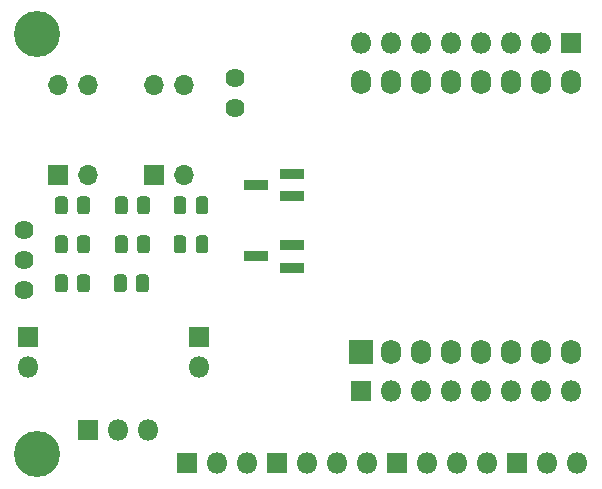
<source format=gbr>
%TF.GenerationSoftware,KiCad,Pcbnew,5.1.5+dfsg1-2build2*%
%TF.CreationDate,2021-07-06T16:50:00+02:00*%
%TF.ProjectId,airpcb_smd,61697270-6362-45f7-936d-642e6b696361,rev?*%
%TF.SameCoordinates,Original*%
%TF.FileFunction,Soldermask,Bot*%
%TF.FilePolarity,Negative*%
%FSLAX46Y46*%
G04 Gerber Fmt 4.6, Leading zero omitted, Abs format (unit mm)*
G04 Created by KiCad (PCBNEW 5.1.5+dfsg1-2build2) date 2021-07-06 16:50:00*
%MOMM*%
%LPD*%
G04 APERTURE LIST*
%ADD10O,1.800000X1.800000*%
%ADD11R,1.800000X1.800000*%
%ADD12C,1.624000*%
%ADD13C,3.900000*%
%ADD14R,2.000000X0.900000*%
%ADD15O,1.700000X2.100000*%
%ADD16R,2.100000X2.100000*%
%ADD17C,0.100000*%
%ADD18R,1.700000X1.700000*%
%ADD19O,1.700000X1.700000*%
G04 APERTURE END LIST*
D10*
%TO.C,J9*%
X62738000Y-45212000D03*
X60198000Y-45212000D03*
D11*
X57658000Y-45212000D03*
%TD*%
D12*
%TO.C,J11*%
X70096400Y-17889200D03*
X70096400Y-15349200D03*
X52230000Y-28262600D03*
X52230000Y-30802600D03*
X52230000Y-33342600D03*
%TD*%
D13*
%TO.C,M1*%
X53340000Y-11684000D03*
%TD*%
D10*
%TO.C,J6*%
X80772000Y-12446000D03*
X83312000Y-12446000D03*
X85852000Y-12446000D03*
X88392000Y-12446000D03*
X90932000Y-12446000D03*
X93472000Y-12446000D03*
X96012000Y-12446000D03*
D11*
X98552000Y-12446000D03*
%TD*%
D10*
%TO.C,J5*%
X98552000Y-41910000D03*
X96012000Y-41910000D03*
X93472000Y-41910000D03*
X90932000Y-41910000D03*
X88392000Y-41910000D03*
X85852000Y-41910000D03*
X83312000Y-41910000D03*
D11*
X80772000Y-41910000D03*
%TD*%
D14*
%TO.C,Q2*%
X71882000Y-30480000D03*
X74882000Y-31430000D03*
X74882000Y-29530000D03*
%TD*%
%TO.C,Q1*%
X71882000Y-24450000D03*
X74882000Y-25400000D03*
X74882000Y-23500000D03*
%TD*%
D13*
%TO.C,M2*%
X53340000Y-47244000D03*
%TD*%
D15*
%TO.C,U3*%
X80772000Y-15748000D03*
X83312000Y-15748000D03*
X85852000Y-15748000D03*
X88392000Y-15748000D03*
X90932000Y-15748000D03*
X93472000Y-15748000D03*
X96012000Y-15748000D03*
X98552000Y-15748000D03*
X98552000Y-38608000D03*
X96012000Y-38608000D03*
X93472000Y-38608000D03*
X90932000Y-38608000D03*
X88392000Y-38608000D03*
X85852000Y-38608000D03*
D16*
X80772000Y-38608000D03*
D15*
X83312000Y-38608000D03*
%TD*%
D11*
%TO.C,J1*%
X83820000Y-48006000D03*
D10*
X86360000Y-48006000D03*
X88900000Y-48006000D03*
X91440000Y-48006000D03*
%TD*%
%TO.C,J2*%
X81280000Y-48006000D03*
X78740000Y-48006000D03*
X76200000Y-48006000D03*
D11*
X73660000Y-48006000D03*
%TD*%
%TO.C,J3*%
X67056000Y-37338000D03*
D10*
X67056000Y-39878000D03*
%TD*%
%TO.C,J4*%
X52578000Y-39878000D03*
D11*
X52578000Y-37338000D03*
%TD*%
%TO.C,J7*%
X93980000Y-48006000D03*
D10*
X96520000Y-48006000D03*
X99060000Y-48006000D03*
%TD*%
%TO.C,J8*%
X71120000Y-48006000D03*
X68580000Y-48006000D03*
D11*
X66040000Y-48006000D03*
%TD*%
D17*
%TO.C,R1*%
G36*
X57542092Y-32017294D02*
G01*
X57568181Y-32021164D01*
X57593764Y-32027572D01*
X57618596Y-32036457D01*
X57642438Y-32047734D01*
X57665060Y-32061293D01*
X57686243Y-32077003D01*
X57705785Y-32094715D01*
X57723497Y-32114257D01*
X57739207Y-32135440D01*
X57752766Y-32158062D01*
X57764043Y-32181904D01*
X57772928Y-32206736D01*
X57779336Y-32232319D01*
X57783206Y-32258408D01*
X57784500Y-32284750D01*
X57784500Y-33247250D01*
X57783206Y-33273592D01*
X57779336Y-33299681D01*
X57772928Y-33325264D01*
X57764043Y-33350096D01*
X57752766Y-33373938D01*
X57739207Y-33396560D01*
X57723497Y-33417743D01*
X57705785Y-33437285D01*
X57686243Y-33454997D01*
X57665060Y-33470707D01*
X57642438Y-33484266D01*
X57618596Y-33495543D01*
X57593764Y-33504428D01*
X57568181Y-33510836D01*
X57542092Y-33514706D01*
X57515750Y-33516000D01*
X56978250Y-33516000D01*
X56951908Y-33514706D01*
X56925819Y-33510836D01*
X56900236Y-33504428D01*
X56875404Y-33495543D01*
X56851562Y-33484266D01*
X56828940Y-33470707D01*
X56807757Y-33454997D01*
X56788215Y-33437285D01*
X56770503Y-33417743D01*
X56754793Y-33396560D01*
X56741234Y-33373938D01*
X56729957Y-33350096D01*
X56721072Y-33325264D01*
X56714664Y-33299681D01*
X56710794Y-33273592D01*
X56709500Y-33247250D01*
X56709500Y-32284750D01*
X56710794Y-32258408D01*
X56714664Y-32232319D01*
X56721072Y-32206736D01*
X56729957Y-32181904D01*
X56741234Y-32158062D01*
X56754793Y-32135440D01*
X56770503Y-32114257D01*
X56788215Y-32094715D01*
X56807757Y-32077003D01*
X56828940Y-32061293D01*
X56851562Y-32047734D01*
X56875404Y-32036457D01*
X56900236Y-32027572D01*
X56925819Y-32021164D01*
X56951908Y-32017294D01*
X56978250Y-32016000D01*
X57515750Y-32016000D01*
X57542092Y-32017294D01*
G37*
G36*
X55667092Y-32017294D02*
G01*
X55693181Y-32021164D01*
X55718764Y-32027572D01*
X55743596Y-32036457D01*
X55767438Y-32047734D01*
X55790060Y-32061293D01*
X55811243Y-32077003D01*
X55830785Y-32094715D01*
X55848497Y-32114257D01*
X55864207Y-32135440D01*
X55877766Y-32158062D01*
X55889043Y-32181904D01*
X55897928Y-32206736D01*
X55904336Y-32232319D01*
X55908206Y-32258408D01*
X55909500Y-32284750D01*
X55909500Y-33247250D01*
X55908206Y-33273592D01*
X55904336Y-33299681D01*
X55897928Y-33325264D01*
X55889043Y-33350096D01*
X55877766Y-33373938D01*
X55864207Y-33396560D01*
X55848497Y-33417743D01*
X55830785Y-33437285D01*
X55811243Y-33454997D01*
X55790060Y-33470707D01*
X55767438Y-33484266D01*
X55743596Y-33495543D01*
X55718764Y-33504428D01*
X55693181Y-33510836D01*
X55667092Y-33514706D01*
X55640750Y-33516000D01*
X55103250Y-33516000D01*
X55076908Y-33514706D01*
X55050819Y-33510836D01*
X55025236Y-33504428D01*
X55000404Y-33495543D01*
X54976562Y-33484266D01*
X54953940Y-33470707D01*
X54932757Y-33454997D01*
X54913215Y-33437285D01*
X54895503Y-33417743D01*
X54879793Y-33396560D01*
X54866234Y-33373938D01*
X54854957Y-33350096D01*
X54846072Y-33325264D01*
X54839664Y-33299681D01*
X54835794Y-33273592D01*
X54834500Y-33247250D01*
X54834500Y-32284750D01*
X54835794Y-32258408D01*
X54839664Y-32232319D01*
X54846072Y-32206736D01*
X54854957Y-32181904D01*
X54866234Y-32158062D01*
X54879793Y-32135440D01*
X54895503Y-32114257D01*
X54913215Y-32094715D01*
X54932757Y-32077003D01*
X54953940Y-32061293D01*
X54976562Y-32047734D01*
X55000404Y-32036457D01*
X55025236Y-32027572D01*
X55050819Y-32021164D01*
X55076908Y-32017294D01*
X55103250Y-32016000D01*
X55640750Y-32016000D01*
X55667092Y-32017294D01*
G37*
%TD*%
%TO.C,R2*%
G36*
X55667092Y-28715294D02*
G01*
X55693181Y-28719164D01*
X55718764Y-28725572D01*
X55743596Y-28734457D01*
X55767438Y-28745734D01*
X55790060Y-28759293D01*
X55811243Y-28775003D01*
X55830785Y-28792715D01*
X55848497Y-28812257D01*
X55864207Y-28833440D01*
X55877766Y-28856062D01*
X55889043Y-28879904D01*
X55897928Y-28904736D01*
X55904336Y-28930319D01*
X55908206Y-28956408D01*
X55909500Y-28982750D01*
X55909500Y-29945250D01*
X55908206Y-29971592D01*
X55904336Y-29997681D01*
X55897928Y-30023264D01*
X55889043Y-30048096D01*
X55877766Y-30071938D01*
X55864207Y-30094560D01*
X55848497Y-30115743D01*
X55830785Y-30135285D01*
X55811243Y-30152997D01*
X55790060Y-30168707D01*
X55767438Y-30182266D01*
X55743596Y-30193543D01*
X55718764Y-30202428D01*
X55693181Y-30208836D01*
X55667092Y-30212706D01*
X55640750Y-30214000D01*
X55103250Y-30214000D01*
X55076908Y-30212706D01*
X55050819Y-30208836D01*
X55025236Y-30202428D01*
X55000404Y-30193543D01*
X54976562Y-30182266D01*
X54953940Y-30168707D01*
X54932757Y-30152997D01*
X54913215Y-30135285D01*
X54895503Y-30115743D01*
X54879793Y-30094560D01*
X54866234Y-30071938D01*
X54854957Y-30048096D01*
X54846072Y-30023264D01*
X54839664Y-29997681D01*
X54835794Y-29971592D01*
X54834500Y-29945250D01*
X54834500Y-28982750D01*
X54835794Y-28956408D01*
X54839664Y-28930319D01*
X54846072Y-28904736D01*
X54854957Y-28879904D01*
X54866234Y-28856062D01*
X54879793Y-28833440D01*
X54895503Y-28812257D01*
X54913215Y-28792715D01*
X54932757Y-28775003D01*
X54953940Y-28759293D01*
X54976562Y-28745734D01*
X55000404Y-28734457D01*
X55025236Y-28725572D01*
X55050819Y-28719164D01*
X55076908Y-28715294D01*
X55103250Y-28714000D01*
X55640750Y-28714000D01*
X55667092Y-28715294D01*
G37*
G36*
X57542092Y-28715294D02*
G01*
X57568181Y-28719164D01*
X57593764Y-28725572D01*
X57618596Y-28734457D01*
X57642438Y-28745734D01*
X57665060Y-28759293D01*
X57686243Y-28775003D01*
X57705785Y-28792715D01*
X57723497Y-28812257D01*
X57739207Y-28833440D01*
X57752766Y-28856062D01*
X57764043Y-28879904D01*
X57772928Y-28904736D01*
X57779336Y-28930319D01*
X57783206Y-28956408D01*
X57784500Y-28982750D01*
X57784500Y-29945250D01*
X57783206Y-29971592D01*
X57779336Y-29997681D01*
X57772928Y-30023264D01*
X57764043Y-30048096D01*
X57752766Y-30071938D01*
X57739207Y-30094560D01*
X57723497Y-30115743D01*
X57705785Y-30135285D01*
X57686243Y-30152997D01*
X57665060Y-30168707D01*
X57642438Y-30182266D01*
X57618596Y-30193543D01*
X57593764Y-30202428D01*
X57568181Y-30208836D01*
X57542092Y-30212706D01*
X57515750Y-30214000D01*
X56978250Y-30214000D01*
X56951908Y-30212706D01*
X56925819Y-30208836D01*
X56900236Y-30202428D01*
X56875404Y-30193543D01*
X56851562Y-30182266D01*
X56828940Y-30168707D01*
X56807757Y-30152997D01*
X56788215Y-30135285D01*
X56770503Y-30115743D01*
X56754793Y-30094560D01*
X56741234Y-30071938D01*
X56729957Y-30048096D01*
X56721072Y-30023264D01*
X56714664Y-29997681D01*
X56710794Y-29971592D01*
X56709500Y-29945250D01*
X56709500Y-28982750D01*
X56710794Y-28956408D01*
X56714664Y-28930319D01*
X56721072Y-28904736D01*
X56729957Y-28879904D01*
X56741234Y-28856062D01*
X56754793Y-28833440D01*
X56770503Y-28812257D01*
X56788215Y-28792715D01*
X56807757Y-28775003D01*
X56828940Y-28759293D01*
X56851562Y-28745734D01*
X56875404Y-28734457D01*
X56900236Y-28725572D01*
X56925819Y-28719164D01*
X56951908Y-28715294D01*
X56978250Y-28714000D01*
X57515750Y-28714000D01*
X57542092Y-28715294D01*
G37*
%TD*%
%TO.C,R3*%
G36*
X55667092Y-25413294D02*
G01*
X55693181Y-25417164D01*
X55718764Y-25423572D01*
X55743596Y-25432457D01*
X55767438Y-25443734D01*
X55790060Y-25457293D01*
X55811243Y-25473003D01*
X55830785Y-25490715D01*
X55848497Y-25510257D01*
X55864207Y-25531440D01*
X55877766Y-25554062D01*
X55889043Y-25577904D01*
X55897928Y-25602736D01*
X55904336Y-25628319D01*
X55908206Y-25654408D01*
X55909500Y-25680750D01*
X55909500Y-26643250D01*
X55908206Y-26669592D01*
X55904336Y-26695681D01*
X55897928Y-26721264D01*
X55889043Y-26746096D01*
X55877766Y-26769938D01*
X55864207Y-26792560D01*
X55848497Y-26813743D01*
X55830785Y-26833285D01*
X55811243Y-26850997D01*
X55790060Y-26866707D01*
X55767438Y-26880266D01*
X55743596Y-26891543D01*
X55718764Y-26900428D01*
X55693181Y-26906836D01*
X55667092Y-26910706D01*
X55640750Y-26912000D01*
X55103250Y-26912000D01*
X55076908Y-26910706D01*
X55050819Y-26906836D01*
X55025236Y-26900428D01*
X55000404Y-26891543D01*
X54976562Y-26880266D01*
X54953940Y-26866707D01*
X54932757Y-26850997D01*
X54913215Y-26833285D01*
X54895503Y-26813743D01*
X54879793Y-26792560D01*
X54866234Y-26769938D01*
X54854957Y-26746096D01*
X54846072Y-26721264D01*
X54839664Y-26695681D01*
X54835794Y-26669592D01*
X54834500Y-26643250D01*
X54834500Y-25680750D01*
X54835794Y-25654408D01*
X54839664Y-25628319D01*
X54846072Y-25602736D01*
X54854957Y-25577904D01*
X54866234Y-25554062D01*
X54879793Y-25531440D01*
X54895503Y-25510257D01*
X54913215Y-25490715D01*
X54932757Y-25473003D01*
X54953940Y-25457293D01*
X54976562Y-25443734D01*
X55000404Y-25432457D01*
X55025236Y-25423572D01*
X55050819Y-25417164D01*
X55076908Y-25413294D01*
X55103250Y-25412000D01*
X55640750Y-25412000D01*
X55667092Y-25413294D01*
G37*
G36*
X57542092Y-25413294D02*
G01*
X57568181Y-25417164D01*
X57593764Y-25423572D01*
X57618596Y-25432457D01*
X57642438Y-25443734D01*
X57665060Y-25457293D01*
X57686243Y-25473003D01*
X57705785Y-25490715D01*
X57723497Y-25510257D01*
X57739207Y-25531440D01*
X57752766Y-25554062D01*
X57764043Y-25577904D01*
X57772928Y-25602736D01*
X57779336Y-25628319D01*
X57783206Y-25654408D01*
X57784500Y-25680750D01*
X57784500Y-26643250D01*
X57783206Y-26669592D01*
X57779336Y-26695681D01*
X57772928Y-26721264D01*
X57764043Y-26746096D01*
X57752766Y-26769938D01*
X57739207Y-26792560D01*
X57723497Y-26813743D01*
X57705785Y-26833285D01*
X57686243Y-26850997D01*
X57665060Y-26866707D01*
X57642438Y-26880266D01*
X57618596Y-26891543D01*
X57593764Y-26900428D01*
X57568181Y-26906836D01*
X57542092Y-26910706D01*
X57515750Y-26912000D01*
X56978250Y-26912000D01*
X56951908Y-26910706D01*
X56925819Y-26906836D01*
X56900236Y-26900428D01*
X56875404Y-26891543D01*
X56851562Y-26880266D01*
X56828940Y-26866707D01*
X56807757Y-26850997D01*
X56788215Y-26833285D01*
X56770503Y-26813743D01*
X56754793Y-26792560D01*
X56741234Y-26769938D01*
X56729957Y-26746096D01*
X56721072Y-26721264D01*
X56714664Y-26695681D01*
X56710794Y-26669592D01*
X56709500Y-26643250D01*
X56709500Y-25680750D01*
X56710794Y-25654408D01*
X56714664Y-25628319D01*
X56721072Y-25602736D01*
X56729957Y-25577904D01*
X56741234Y-25554062D01*
X56754793Y-25531440D01*
X56770503Y-25510257D01*
X56788215Y-25490715D01*
X56807757Y-25473003D01*
X56828940Y-25457293D01*
X56851562Y-25443734D01*
X56875404Y-25432457D01*
X56900236Y-25423572D01*
X56925819Y-25417164D01*
X56951908Y-25413294D01*
X56978250Y-25412000D01*
X57515750Y-25412000D01*
X57542092Y-25413294D01*
G37*
%TD*%
%TO.C,R4*%
G36*
X62525092Y-32017294D02*
G01*
X62551181Y-32021164D01*
X62576764Y-32027572D01*
X62601596Y-32036457D01*
X62625438Y-32047734D01*
X62648060Y-32061293D01*
X62669243Y-32077003D01*
X62688785Y-32094715D01*
X62706497Y-32114257D01*
X62722207Y-32135440D01*
X62735766Y-32158062D01*
X62747043Y-32181904D01*
X62755928Y-32206736D01*
X62762336Y-32232319D01*
X62766206Y-32258408D01*
X62767500Y-32284750D01*
X62767500Y-33247250D01*
X62766206Y-33273592D01*
X62762336Y-33299681D01*
X62755928Y-33325264D01*
X62747043Y-33350096D01*
X62735766Y-33373938D01*
X62722207Y-33396560D01*
X62706497Y-33417743D01*
X62688785Y-33437285D01*
X62669243Y-33454997D01*
X62648060Y-33470707D01*
X62625438Y-33484266D01*
X62601596Y-33495543D01*
X62576764Y-33504428D01*
X62551181Y-33510836D01*
X62525092Y-33514706D01*
X62498750Y-33516000D01*
X61961250Y-33516000D01*
X61934908Y-33514706D01*
X61908819Y-33510836D01*
X61883236Y-33504428D01*
X61858404Y-33495543D01*
X61834562Y-33484266D01*
X61811940Y-33470707D01*
X61790757Y-33454997D01*
X61771215Y-33437285D01*
X61753503Y-33417743D01*
X61737793Y-33396560D01*
X61724234Y-33373938D01*
X61712957Y-33350096D01*
X61704072Y-33325264D01*
X61697664Y-33299681D01*
X61693794Y-33273592D01*
X61692500Y-33247250D01*
X61692500Y-32284750D01*
X61693794Y-32258408D01*
X61697664Y-32232319D01*
X61704072Y-32206736D01*
X61712957Y-32181904D01*
X61724234Y-32158062D01*
X61737793Y-32135440D01*
X61753503Y-32114257D01*
X61771215Y-32094715D01*
X61790757Y-32077003D01*
X61811940Y-32061293D01*
X61834562Y-32047734D01*
X61858404Y-32036457D01*
X61883236Y-32027572D01*
X61908819Y-32021164D01*
X61934908Y-32017294D01*
X61961250Y-32016000D01*
X62498750Y-32016000D01*
X62525092Y-32017294D01*
G37*
G36*
X60650092Y-32017294D02*
G01*
X60676181Y-32021164D01*
X60701764Y-32027572D01*
X60726596Y-32036457D01*
X60750438Y-32047734D01*
X60773060Y-32061293D01*
X60794243Y-32077003D01*
X60813785Y-32094715D01*
X60831497Y-32114257D01*
X60847207Y-32135440D01*
X60860766Y-32158062D01*
X60872043Y-32181904D01*
X60880928Y-32206736D01*
X60887336Y-32232319D01*
X60891206Y-32258408D01*
X60892500Y-32284750D01*
X60892500Y-33247250D01*
X60891206Y-33273592D01*
X60887336Y-33299681D01*
X60880928Y-33325264D01*
X60872043Y-33350096D01*
X60860766Y-33373938D01*
X60847207Y-33396560D01*
X60831497Y-33417743D01*
X60813785Y-33437285D01*
X60794243Y-33454997D01*
X60773060Y-33470707D01*
X60750438Y-33484266D01*
X60726596Y-33495543D01*
X60701764Y-33504428D01*
X60676181Y-33510836D01*
X60650092Y-33514706D01*
X60623750Y-33516000D01*
X60086250Y-33516000D01*
X60059908Y-33514706D01*
X60033819Y-33510836D01*
X60008236Y-33504428D01*
X59983404Y-33495543D01*
X59959562Y-33484266D01*
X59936940Y-33470707D01*
X59915757Y-33454997D01*
X59896215Y-33437285D01*
X59878503Y-33417743D01*
X59862793Y-33396560D01*
X59849234Y-33373938D01*
X59837957Y-33350096D01*
X59829072Y-33325264D01*
X59822664Y-33299681D01*
X59818794Y-33273592D01*
X59817500Y-33247250D01*
X59817500Y-32284750D01*
X59818794Y-32258408D01*
X59822664Y-32232319D01*
X59829072Y-32206736D01*
X59837957Y-32181904D01*
X59849234Y-32158062D01*
X59862793Y-32135440D01*
X59878503Y-32114257D01*
X59896215Y-32094715D01*
X59915757Y-32077003D01*
X59936940Y-32061293D01*
X59959562Y-32047734D01*
X59983404Y-32036457D01*
X60008236Y-32027572D01*
X60033819Y-32021164D01*
X60059908Y-32017294D01*
X60086250Y-32016000D01*
X60623750Y-32016000D01*
X60650092Y-32017294D01*
G37*
%TD*%
%TO.C,R5*%
G36*
X62622092Y-28715294D02*
G01*
X62648181Y-28719164D01*
X62673764Y-28725572D01*
X62698596Y-28734457D01*
X62722438Y-28745734D01*
X62745060Y-28759293D01*
X62766243Y-28775003D01*
X62785785Y-28792715D01*
X62803497Y-28812257D01*
X62819207Y-28833440D01*
X62832766Y-28856062D01*
X62844043Y-28879904D01*
X62852928Y-28904736D01*
X62859336Y-28930319D01*
X62863206Y-28956408D01*
X62864500Y-28982750D01*
X62864500Y-29945250D01*
X62863206Y-29971592D01*
X62859336Y-29997681D01*
X62852928Y-30023264D01*
X62844043Y-30048096D01*
X62832766Y-30071938D01*
X62819207Y-30094560D01*
X62803497Y-30115743D01*
X62785785Y-30135285D01*
X62766243Y-30152997D01*
X62745060Y-30168707D01*
X62722438Y-30182266D01*
X62698596Y-30193543D01*
X62673764Y-30202428D01*
X62648181Y-30208836D01*
X62622092Y-30212706D01*
X62595750Y-30214000D01*
X62058250Y-30214000D01*
X62031908Y-30212706D01*
X62005819Y-30208836D01*
X61980236Y-30202428D01*
X61955404Y-30193543D01*
X61931562Y-30182266D01*
X61908940Y-30168707D01*
X61887757Y-30152997D01*
X61868215Y-30135285D01*
X61850503Y-30115743D01*
X61834793Y-30094560D01*
X61821234Y-30071938D01*
X61809957Y-30048096D01*
X61801072Y-30023264D01*
X61794664Y-29997681D01*
X61790794Y-29971592D01*
X61789500Y-29945250D01*
X61789500Y-28982750D01*
X61790794Y-28956408D01*
X61794664Y-28930319D01*
X61801072Y-28904736D01*
X61809957Y-28879904D01*
X61821234Y-28856062D01*
X61834793Y-28833440D01*
X61850503Y-28812257D01*
X61868215Y-28792715D01*
X61887757Y-28775003D01*
X61908940Y-28759293D01*
X61931562Y-28745734D01*
X61955404Y-28734457D01*
X61980236Y-28725572D01*
X62005819Y-28719164D01*
X62031908Y-28715294D01*
X62058250Y-28714000D01*
X62595750Y-28714000D01*
X62622092Y-28715294D01*
G37*
G36*
X60747092Y-28715294D02*
G01*
X60773181Y-28719164D01*
X60798764Y-28725572D01*
X60823596Y-28734457D01*
X60847438Y-28745734D01*
X60870060Y-28759293D01*
X60891243Y-28775003D01*
X60910785Y-28792715D01*
X60928497Y-28812257D01*
X60944207Y-28833440D01*
X60957766Y-28856062D01*
X60969043Y-28879904D01*
X60977928Y-28904736D01*
X60984336Y-28930319D01*
X60988206Y-28956408D01*
X60989500Y-28982750D01*
X60989500Y-29945250D01*
X60988206Y-29971592D01*
X60984336Y-29997681D01*
X60977928Y-30023264D01*
X60969043Y-30048096D01*
X60957766Y-30071938D01*
X60944207Y-30094560D01*
X60928497Y-30115743D01*
X60910785Y-30135285D01*
X60891243Y-30152997D01*
X60870060Y-30168707D01*
X60847438Y-30182266D01*
X60823596Y-30193543D01*
X60798764Y-30202428D01*
X60773181Y-30208836D01*
X60747092Y-30212706D01*
X60720750Y-30214000D01*
X60183250Y-30214000D01*
X60156908Y-30212706D01*
X60130819Y-30208836D01*
X60105236Y-30202428D01*
X60080404Y-30193543D01*
X60056562Y-30182266D01*
X60033940Y-30168707D01*
X60012757Y-30152997D01*
X59993215Y-30135285D01*
X59975503Y-30115743D01*
X59959793Y-30094560D01*
X59946234Y-30071938D01*
X59934957Y-30048096D01*
X59926072Y-30023264D01*
X59919664Y-29997681D01*
X59915794Y-29971592D01*
X59914500Y-29945250D01*
X59914500Y-28982750D01*
X59915794Y-28956408D01*
X59919664Y-28930319D01*
X59926072Y-28904736D01*
X59934957Y-28879904D01*
X59946234Y-28856062D01*
X59959793Y-28833440D01*
X59975503Y-28812257D01*
X59993215Y-28792715D01*
X60012757Y-28775003D01*
X60033940Y-28759293D01*
X60056562Y-28745734D01*
X60080404Y-28734457D01*
X60105236Y-28725572D01*
X60130819Y-28719164D01*
X60156908Y-28715294D01*
X60183250Y-28714000D01*
X60720750Y-28714000D01*
X60747092Y-28715294D01*
G37*
%TD*%
%TO.C,R6*%
G36*
X60747092Y-25413294D02*
G01*
X60773181Y-25417164D01*
X60798764Y-25423572D01*
X60823596Y-25432457D01*
X60847438Y-25443734D01*
X60870060Y-25457293D01*
X60891243Y-25473003D01*
X60910785Y-25490715D01*
X60928497Y-25510257D01*
X60944207Y-25531440D01*
X60957766Y-25554062D01*
X60969043Y-25577904D01*
X60977928Y-25602736D01*
X60984336Y-25628319D01*
X60988206Y-25654408D01*
X60989500Y-25680750D01*
X60989500Y-26643250D01*
X60988206Y-26669592D01*
X60984336Y-26695681D01*
X60977928Y-26721264D01*
X60969043Y-26746096D01*
X60957766Y-26769938D01*
X60944207Y-26792560D01*
X60928497Y-26813743D01*
X60910785Y-26833285D01*
X60891243Y-26850997D01*
X60870060Y-26866707D01*
X60847438Y-26880266D01*
X60823596Y-26891543D01*
X60798764Y-26900428D01*
X60773181Y-26906836D01*
X60747092Y-26910706D01*
X60720750Y-26912000D01*
X60183250Y-26912000D01*
X60156908Y-26910706D01*
X60130819Y-26906836D01*
X60105236Y-26900428D01*
X60080404Y-26891543D01*
X60056562Y-26880266D01*
X60033940Y-26866707D01*
X60012757Y-26850997D01*
X59993215Y-26833285D01*
X59975503Y-26813743D01*
X59959793Y-26792560D01*
X59946234Y-26769938D01*
X59934957Y-26746096D01*
X59926072Y-26721264D01*
X59919664Y-26695681D01*
X59915794Y-26669592D01*
X59914500Y-26643250D01*
X59914500Y-25680750D01*
X59915794Y-25654408D01*
X59919664Y-25628319D01*
X59926072Y-25602736D01*
X59934957Y-25577904D01*
X59946234Y-25554062D01*
X59959793Y-25531440D01*
X59975503Y-25510257D01*
X59993215Y-25490715D01*
X60012757Y-25473003D01*
X60033940Y-25457293D01*
X60056562Y-25443734D01*
X60080404Y-25432457D01*
X60105236Y-25423572D01*
X60130819Y-25417164D01*
X60156908Y-25413294D01*
X60183250Y-25412000D01*
X60720750Y-25412000D01*
X60747092Y-25413294D01*
G37*
G36*
X62622092Y-25413294D02*
G01*
X62648181Y-25417164D01*
X62673764Y-25423572D01*
X62698596Y-25432457D01*
X62722438Y-25443734D01*
X62745060Y-25457293D01*
X62766243Y-25473003D01*
X62785785Y-25490715D01*
X62803497Y-25510257D01*
X62819207Y-25531440D01*
X62832766Y-25554062D01*
X62844043Y-25577904D01*
X62852928Y-25602736D01*
X62859336Y-25628319D01*
X62863206Y-25654408D01*
X62864500Y-25680750D01*
X62864500Y-26643250D01*
X62863206Y-26669592D01*
X62859336Y-26695681D01*
X62852928Y-26721264D01*
X62844043Y-26746096D01*
X62832766Y-26769938D01*
X62819207Y-26792560D01*
X62803497Y-26813743D01*
X62785785Y-26833285D01*
X62766243Y-26850997D01*
X62745060Y-26866707D01*
X62722438Y-26880266D01*
X62698596Y-26891543D01*
X62673764Y-26900428D01*
X62648181Y-26906836D01*
X62622092Y-26910706D01*
X62595750Y-26912000D01*
X62058250Y-26912000D01*
X62031908Y-26910706D01*
X62005819Y-26906836D01*
X61980236Y-26900428D01*
X61955404Y-26891543D01*
X61931562Y-26880266D01*
X61908940Y-26866707D01*
X61887757Y-26850997D01*
X61868215Y-26833285D01*
X61850503Y-26813743D01*
X61834793Y-26792560D01*
X61821234Y-26769938D01*
X61809957Y-26746096D01*
X61801072Y-26721264D01*
X61794664Y-26695681D01*
X61790794Y-26669592D01*
X61789500Y-26643250D01*
X61789500Y-25680750D01*
X61790794Y-25654408D01*
X61794664Y-25628319D01*
X61801072Y-25602736D01*
X61809957Y-25577904D01*
X61821234Y-25554062D01*
X61834793Y-25531440D01*
X61850503Y-25510257D01*
X61868215Y-25490715D01*
X61887757Y-25473003D01*
X61908940Y-25457293D01*
X61931562Y-25443734D01*
X61955404Y-25432457D01*
X61980236Y-25423572D01*
X62005819Y-25417164D01*
X62031908Y-25413294D01*
X62058250Y-25412000D01*
X62595750Y-25412000D01*
X62622092Y-25413294D01*
G37*
%TD*%
%TO.C,R7*%
G36*
X65700092Y-28715294D02*
G01*
X65726181Y-28719164D01*
X65751764Y-28725572D01*
X65776596Y-28734457D01*
X65800438Y-28745734D01*
X65823060Y-28759293D01*
X65844243Y-28775003D01*
X65863785Y-28792715D01*
X65881497Y-28812257D01*
X65897207Y-28833440D01*
X65910766Y-28856062D01*
X65922043Y-28879904D01*
X65930928Y-28904736D01*
X65937336Y-28930319D01*
X65941206Y-28956408D01*
X65942500Y-28982750D01*
X65942500Y-29945250D01*
X65941206Y-29971592D01*
X65937336Y-29997681D01*
X65930928Y-30023264D01*
X65922043Y-30048096D01*
X65910766Y-30071938D01*
X65897207Y-30094560D01*
X65881497Y-30115743D01*
X65863785Y-30135285D01*
X65844243Y-30152997D01*
X65823060Y-30168707D01*
X65800438Y-30182266D01*
X65776596Y-30193543D01*
X65751764Y-30202428D01*
X65726181Y-30208836D01*
X65700092Y-30212706D01*
X65673750Y-30214000D01*
X65136250Y-30214000D01*
X65109908Y-30212706D01*
X65083819Y-30208836D01*
X65058236Y-30202428D01*
X65033404Y-30193543D01*
X65009562Y-30182266D01*
X64986940Y-30168707D01*
X64965757Y-30152997D01*
X64946215Y-30135285D01*
X64928503Y-30115743D01*
X64912793Y-30094560D01*
X64899234Y-30071938D01*
X64887957Y-30048096D01*
X64879072Y-30023264D01*
X64872664Y-29997681D01*
X64868794Y-29971592D01*
X64867500Y-29945250D01*
X64867500Y-28982750D01*
X64868794Y-28956408D01*
X64872664Y-28930319D01*
X64879072Y-28904736D01*
X64887957Y-28879904D01*
X64899234Y-28856062D01*
X64912793Y-28833440D01*
X64928503Y-28812257D01*
X64946215Y-28792715D01*
X64965757Y-28775003D01*
X64986940Y-28759293D01*
X65009562Y-28745734D01*
X65033404Y-28734457D01*
X65058236Y-28725572D01*
X65083819Y-28719164D01*
X65109908Y-28715294D01*
X65136250Y-28714000D01*
X65673750Y-28714000D01*
X65700092Y-28715294D01*
G37*
G36*
X67575092Y-28715294D02*
G01*
X67601181Y-28719164D01*
X67626764Y-28725572D01*
X67651596Y-28734457D01*
X67675438Y-28745734D01*
X67698060Y-28759293D01*
X67719243Y-28775003D01*
X67738785Y-28792715D01*
X67756497Y-28812257D01*
X67772207Y-28833440D01*
X67785766Y-28856062D01*
X67797043Y-28879904D01*
X67805928Y-28904736D01*
X67812336Y-28930319D01*
X67816206Y-28956408D01*
X67817500Y-28982750D01*
X67817500Y-29945250D01*
X67816206Y-29971592D01*
X67812336Y-29997681D01*
X67805928Y-30023264D01*
X67797043Y-30048096D01*
X67785766Y-30071938D01*
X67772207Y-30094560D01*
X67756497Y-30115743D01*
X67738785Y-30135285D01*
X67719243Y-30152997D01*
X67698060Y-30168707D01*
X67675438Y-30182266D01*
X67651596Y-30193543D01*
X67626764Y-30202428D01*
X67601181Y-30208836D01*
X67575092Y-30212706D01*
X67548750Y-30214000D01*
X67011250Y-30214000D01*
X66984908Y-30212706D01*
X66958819Y-30208836D01*
X66933236Y-30202428D01*
X66908404Y-30193543D01*
X66884562Y-30182266D01*
X66861940Y-30168707D01*
X66840757Y-30152997D01*
X66821215Y-30135285D01*
X66803503Y-30115743D01*
X66787793Y-30094560D01*
X66774234Y-30071938D01*
X66762957Y-30048096D01*
X66754072Y-30023264D01*
X66747664Y-29997681D01*
X66743794Y-29971592D01*
X66742500Y-29945250D01*
X66742500Y-28982750D01*
X66743794Y-28956408D01*
X66747664Y-28930319D01*
X66754072Y-28904736D01*
X66762957Y-28879904D01*
X66774234Y-28856062D01*
X66787793Y-28833440D01*
X66803503Y-28812257D01*
X66821215Y-28792715D01*
X66840757Y-28775003D01*
X66861940Y-28759293D01*
X66884562Y-28745734D01*
X66908404Y-28734457D01*
X66933236Y-28725572D01*
X66958819Y-28719164D01*
X66984908Y-28715294D01*
X67011250Y-28714000D01*
X67548750Y-28714000D01*
X67575092Y-28715294D01*
G37*
%TD*%
%TO.C,R8*%
G36*
X67575092Y-25413294D02*
G01*
X67601181Y-25417164D01*
X67626764Y-25423572D01*
X67651596Y-25432457D01*
X67675438Y-25443734D01*
X67698060Y-25457293D01*
X67719243Y-25473003D01*
X67738785Y-25490715D01*
X67756497Y-25510257D01*
X67772207Y-25531440D01*
X67785766Y-25554062D01*
X67797043Y-25577904D01*
X67805928Y-25602736D01*
X67812336Y-25628319D01*
X67816206Y-25654408D01*
X67817500Y-25680750D01*
X67817500Y-26643250D01*
X67816206Y-26669592D01*
X67812336Y-26695681D01*
X67805928Y-26721264D01*
X67797043Y-26746096D01*
X67785766Y-26769938D01*
X67772207Y-26792560D01*
X67756497Y-26813743D01*
X67738785Y-26833285D01*
X67719243Y-26850997D01*
X67698060Y-26866707D01*
X67675438Y-26880266D01*
X67651596Y-26891543D01*
X67626764Y-26900428D01*
X67601181Y-26906836D01*
X67575092Y-26910706D01*
X67548750Y-26912000D01*
X67011250Y-26912000D01*
X66984908Y-26910706D01*
X66958819Y-26906836D01*
X66933236Y-26900428D01*
X66908404Y-26891543D01*
X66884562Y-26880266D01*
X66861940Y-26866707D01*
X66840757Y-26850997D01*
X66821215Y-26833285D01*
X66803503Y-26813743D01*
X66787793Y-26792560D01*
X66774234Y-26769938D01*
X66762957Y-26746096D01*
X66754072Y-26721264D01*
X66747664Y-26695681D01*
X66743794Y-26669592D01*
X66742500Y-26643250D01*
X66742500Y-25680750D01*
X66743794Y-25654408D01*
X66747664Y-25628319D01*
X66754072Y-25602736D01*
X66762957Y-25577904D01*
X66774234Y-25554062D01*
X66787793Y-25531440D01*
X66803503Y-25510257D01*
X66821215Y-25490715D01*
X66840757Y-25473003D01*
X66861940Y-25457293D01*
X66884562Y-25443734D01*
X66908404Y-25432457D01*
X66933236Y-25423572D01*
X66958819Y-25417164D01*
X66984908Y-25413294D01*
X67011250Y-25412000D01*
X67548750Y-25412000D01*
X67575092Y-25413294D01*
G37*
G36*
X65700092Y-25413294D02*
G01*
X65726181Y-25417164D01*
X65751764Y-25423572D01*
X65776596Y-25432457D01*
X65800438Y-25443734D01*
X65823060Y-25457293D01*
X65844243Y-25473003D01*
X65863785Y-25490715D01*
X65881497Y-25510257D01*
X65897207Y-25531440D01*
X65910766Y-25554062D01*
X65922043Y-25577904D01*
X65930928Y-25602736D01*
X65937336Y-25628319D01*
X65941206Y-25654408D01*
X65942500Y-25680750D01*
X65942500Y-26643250D01*
X65941206Y-26669592D01*
X65937336Y-26695681D01*
X65930928Y-26721264D01*
X65922043Y-26746096D01*
X65910766Y-26769938D01*
X65897207Y-26792560D01*
X65881497Y-26813743D01*
X65863785Y-26833285D01*
X65844243Y-26850997D01*
X65823060Y-26866707D01*
X65800438Y-26880266D01*
X65776596Y-26891543D01*
X65751764Y-26900428D01*
X65726181Y-26906836D01*
X65700092Y-26910706D01*
X65673750Y-26912000D01*
X65136250Y-26912000D01*
X65109908Y-26910706D01*
X65083819Y-26906836D01*
X65058236Y-26900428D01*
X65033404Y-26891543D01*
X65009562Y-26880266D01*
X64986940Y-26866707D01*
X64965757Y-26850997D01*
X64946215Y-26833285D01*
X64928503Y-26813743D01*
X64912793Y-26792560D01*
X64899234Y-26769938D01*
X64887957Y-26746096D01*
X64879072Y-26721264D01*
X64872664Y-26695681D01*
X64868794Y-26669592D01*
X64867500Y-26643250D01*
X64867500Y-25680750D01*
X64868794Y-25654408D01*
X64872664Y-25628319D01*
X64879072Y-25602736D01*
X64887957Y-25577904D01*
X64899234Y-25554062D01*
X64912793Y-25531440D01*
X64928503Y-25510257D01*
X64946215Y-25490715D01*
X64965757Y-25473003D01*
X64986940Y-25457293D01*
X65009562Y-25443734D01*
X65033404Y-25432457D01*
X65058236Y-25423572D01*
X65083819Y-25417164D01*
X65109908Y-25413294D01*
X65136250Y-25412000D01*
X65673750Y-25412000D01*
X65700092Y-25413294D01*
G37*
%TD*%
D18*
%TO.C,U1*%
X55118000Y-23622000D03*
D19*
X57658000Y-16002000D03*
X57658000Y-23622000D03*
X55118000Y-16002000D03*
%TD*%
%TO.C,U2*%
X63246000Y-16002000D03*
X65786000Y-23622000D03*
X65786000Y-16002000D03*
D18*
X63246000Y-23622000D03*
%TD*%
M02*

</source>
